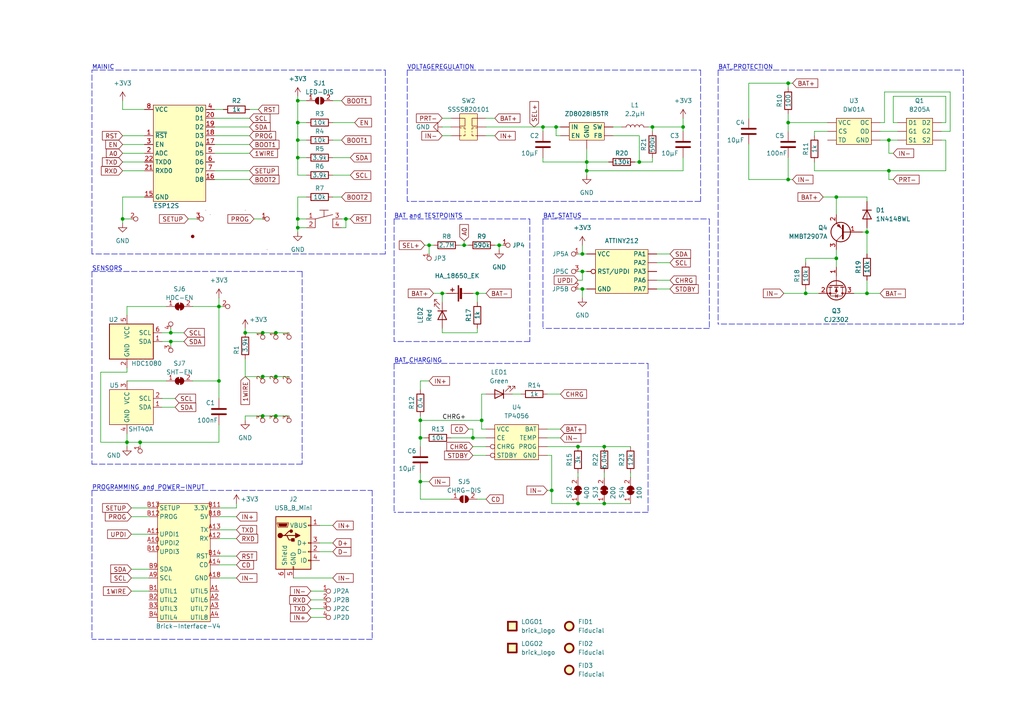
<source format=kicad_sch>
(kicad_sch (version 20211123) (generator eeschema)
  (paper "A4")
  (junction (at 121.92 127))
  (junction (at 80.01 120.65))
  (junction (at 168.91 73.66))
  (junction (at 161.29 36.83))
  (junction (at 100.33 63.5))
  (junction (at 76.2 120.65))
  (junction (at 86.36 45.72))
  (junction (at 86.36 63.5))
  (junction (at 86.36 66.04))
  (junction (at 40.64 128.27))
  (junction (at 198.12 36.83))
  (junction (at 242.57 57.15))
  (junction (at 49.53 96.52))
  (junction (at 168.91 83.82))
  (junction (at 228.6 35.56))
  (junction (at 228.6 52.07))
  (junction (at 134.62 71.12))
  (junction (at 36.83 128.27))
  (junction (at 63.5 88.9))
  (junction (at 138.43 85.09))
  (junction (at 86.36 29.21))
  (junction (at 86.36 40.64))
  (junction (at 35.56 63.5))
  (junction (at 80.01 96.52))
  (junction (at 86.36 35.56))
  (junction (at 257.81 49.53))
  (junction (at 121.92 121.92))
  (junction (at 157.48 36.83))
  (junction (at 228.6 24.13))
  (junction (at 170.18 49.53))
  (junction (at 167.64 129.54))
  (junction (at 167.64 146.05))
  (junction (at 251.46 85.09))
  (junction (at 189.23 36.83))
  (junction (at 128.27 85.09))
  (junction (at 233.68 85.09))
  (junction (at 71.12 96.52))
  (junction (at 168.91 78.74))
  (junction (at 242.57 74.93))
  (junction (at 175.26 129.54))
  (junction (at 49.53 99.06))
  (junction (at 170.18 46.99))
  (junction (at 63.5 110.49))
  (junction (at 144.78 71.12))
  (junction (at 121.92 139.7))
  (junction (at 251.46 67.31))
  (junction (at 160.02 142.24))
  (junction (at 175.26 146.05))
  (junction (at 80.01 109.22))
  (junction (at 76.2 96.52))
  (junction (at 257.81 40.64))
  (junction (at 137.16 127))
  (junction (at 124.46 71.12))
  (junction (at 185.42 46.99))
  (junction (at 76.2 109.22))
  (junction (at 139.7 121.92))
  (wire (pts (xy 170.18 49.53) (xy 198.12 49.53)))
  (wire (pts (xy 190.5 83.82) (xy 194.31 83.82)))
  (wire (pts (xy 80.01 120.65) (xy 83.82 120.65)))
  (wire (pts (xy 137.16 129.54) (xy 140.97 129.54)))
  (wire (pts (xy 35.56 63.5) (xy 38.1 63.5)))
  (polyline (pts (xy 157.48 63.5) (xy 205.74 63.5)))
  (wire (pts (xy 35.56 64.77) (xy 35.56 63.5)))
  (wire (pts (xy 85.09 167.64) (xy 96.52 167.64)))
  (wire (pts (xy 90.17 171.45) (xy 93.98 171.45)))
  (wire (pts (xy 233.68 85.09) (xy 237.49 85.09)))
  (wire (pts (xy 139.7 124.46) (xy 139.7 121.92)))
  (wire (pts (xy 168.91 71.12) (xy 168.91 73.66)))
  (wire (pts (xy 63.5 149.86) (xy 68.58 149.86)))
  (wire (pts (xy 62.23 31.75) (xy 64.77 31.75)))
  (wire (pts (xy 189.23 36.83) (xy 189.23 38.1)))
  (wire (pts (xy 96.52 29.21) (xy 99.06 29.21)))
  (wire (pts (xy 35.56 39.37) (xy 41.91 39.37)))
  (polyline (pts (xy 157.48 63.5) (xy 157.48 95.25)))
  (wire (pts (xy 157.48 36.83) (xy 157.48 38.1)))
  (wire (pts (xy 184.15 46.99) (xy 185.42 46.99)))
  (wire (pts (xy 99.06 66.04) (xy 100.33 66.04)))
  (wire (pts (xy 256.54 26.67) (xy 275.59 26.67)))
  (wire (pts (xy 175.26 129.54) (xy 182.88 129.54)))
  (wire (pts (xy 170.18 43.18) (xy 170.18 46.99)))
  (polyline (pts (xy 111.76 73.66) (xy 26.67 73.66)))
  (wire (pts (xy 259.08 52.07) (xy 257.81 52.07)))
  (wire (pts (xy 86.36 29.21) (xy 88.9 29.21)))
  (wire (pts (xy 35.56 29.21) (xy 35.56 31.75)))
  (wire (pts (xy 36.83 129.54) (xy 36.83 128.27)))
  (wire (pts (xy 251.46 67.31) (xy 251.46 66.04)))
  (wire (pts (xy 63.5 156.21) (xy 68.58 156.21)))
  (wire (pts (xy 198.12 38.1) (xy 198.12 36.83)))
  (wire (pts (xy 71.12 104.14) (xy 71.12 109.22)))
  (wire (pts (xy 157.48 46.99) (xy 170.18 46.99)))
  (wire (pts (xy 76.2 120.65) (xy 71.12 120.65)))
  (wire (pts (xy 86.36 35.56) (xy 86.36 29.21)))
  (wire (pts (xy 71.12 109.22) (xy 76.2 109.22)))
  (wire (pts (xy 88.9 35.56) (xy 86.36 35.56)))
  (wire (pts (xy 125.73 85.09) (xy 128.27 85.09)))
  (wire (pts (xy 40.64 128.27) (xy 40.64 129.54)))
  (wire (pts (xy 168.91 73.66) (xy 170.18 73.66)))
  (wire (pts (xy 175.26 146.05) (xy 182.88 146.05)))
  (wire (pts (xy 35.56 49.53) (xy 41.91 49.53)))
  (polyline (pts (xy 114.3 105.41) (xy 187.96 105.41)))
  (wire (pts (xy 72.39 31.75) (xy 74.93 31.75)))
  (wire (pts (xy 160.02 146.05) (xy 167.64 146.05)))
  (wire (pts (xy 55.88 88.9) (xy 63.5 88.9)))
  (wire (pts (xy 88.9 40.64) (xy 86.36 40.64)))
  (wire (pts (xy 121.92 144.78) (xy 121.92 139.7)))
  (wire (pts (xy 217.17 52.07) (xy 228.6 52.07)))
  (wire (pts (xy 88.9 50.8) (xy 86.36 50.8)))
  (wire (pts (xy 71.12 120.65) (xy 71.12 121.92)))
  (wire (pts (xy 227.33 85.09) (xy 233.68 85.09)))
  (wire (pts (xy 62.23 52.07) (xy 72.39 52.07)))
  (wire (pts (xy 63.5 110.49) (xy 63.5 88.9)))
  (wire (pts (xy 46.99 115.57) (xy 50.8 115.57)))
  (wire (pts (xy 63.5 110.49) (xy 63.5 115.57)))
  (wire (pts (xy 161.29 36.83) (xy 162.56 36.83)))
  (wire (pts (xy 236.22 38.1) (xy 236.22 39.37)))
  (wire (pts (xy 36.83 125.73) (xy 36.83 128.27)))
  (wire (pts (xy 49.53 95.25) (xy 49.53 96.52)))
  (wire (pts (xy 35.56 63.5) (xy 35.56 57.15)))
  (wire (pts (xy 92.71 157.48) (xy 96.52 157.48)))
  (wire (pts (xy 96.52 35.56) (xy 102.87 35.56)))
  (wire (pts (xy 158.75 132.08) (xy 160.02 132.08)))
  (wire (pts (xy 100.33 63.5) (xy 101.6 63.5)))
  (wire (pts (xy 71.12 95.25) (xy 71.12 96.52)))
  (wire (pts (xy 121.92 137.16) (xy 121.92 139.7)))
  (wire (pts (xy 255.27 40.64) (xy 257.81 40.64)))
  (wire (pts (xy 90.17 173.99) (xy 93.98 173.99)))
  (wire (pts (xy 190.5 81.28) (xy 194.31 81.28)))
  (wire (pts (xy 160.02 142.24) (xy 160.02 146.05)))
  (wire (pts (xy 251.46 81.28) (xy 251.46 85.09)))
  (polyline (pts (xy 203.2 58.42) (xy 118.11 58.42)))
  (wire (pts (xy 170.18 49.53) (xy 170.18 50.8)))
  (wire (pts (xy 92.71 152.4) (xy 96.52 152.4)))
  (wire (pts (xy 63.5 163.83) (xy 68.58 163.83)))
  (wire (pts (xy 123.19 71.12) (xy 124.46 71.12)))
  (wire (pts (xy 36.83 88.9) (xy 48.26 88.9)))
  (wire (pts (xy 63.5 167.64) (xy 68.58 167.64)))
  (wire (pts (xy 233.68 74.93) (xy 242.57 74.93)))
  (polyline (pts (xy 208.28 20.32) (xy 208.28 93.98)))
  (wire (pts (xy 86.36 57.15) (xy 86.36 63.5)))
  (wire (pts (xy 41.91 31.75) (xy 35.56 31.75)))
  (wire (pts (xy 158.75 129.54) (xy 167.64 129.54)))
  (wire (pts (xy 63.5 88.9) (xy 64.77 88.9)))
  (wire (pts (xy 80.01 96.52) (xy 83.82 96.52)))
  (polyline (pts (xy 208.28 20.32) (xy 279.4 20.32)))
  (wire (pts (xy 138.43 85.09) (xy 140.97 85.09)))
  (wire (pts (xy 134.62 71.12) (xy 135.89 71.12)))
  (wire (pts (xy 255.27 35.56) (xy 256.54 35.56)))
  (wire (pts (xy 96.52 57.15) (xy 99.06 57.15)))
  (polyline (pts (xy 87.63 78.74) (xy 87.63 134.62)))
  (wire (pts (xy 185.42 46.99) (xy 189.23 46.99)))
  (wire (pts (xy 62.23 49.53) (xy 72.39 49.53)))
  (wire (pts (xy 86.36 50.8) (xy 86.36 45.72)))
  (wire (pts (xy 62.23 41.91) (xy 72.39 41.91)))
  (polyline (pts (xy 111.76 20.32) (xy 111.76 73.66)))
  (wire (pts (xy 35.56 46.99) (xy 41.91 46.99)))
  (wire (pts (xy 137.16 124.46) (xy 137.16 127)))
  (wire (pts (xy 140.97 114.3) (xy 139.7 114.3)))
  (wire (pts (xy 135.89 124.46) (xy 137.16 124.46)))
  (wire (pts (xy 86.36 40.64) (xy 86.36 35.56)))
  (wire (pts (xy 90.17 179.07) (xy 93.98 179.07)))
  (wire (pts (xy 251.46 58.42) (xy 251.46 57.15)))
  (wire (pts (xy 35.56 44.45) (xy 41.91 44.45)))
  (polyline (pts (xy 26.67 20.32) (xy 111.76 20.32)))
  (wire (pts (xy 167.64 78.74) (xy 168.91 78.74)))
  (wire (pts (xy 140.97 36.83) (xy 157.48 36.83)))
  (wire (pts (xy 29.21 128.27) (xy 36.83 128.27)))
  (wire (pts (xy 121.92 121.92) (xy 121.92 127)))
  (wire (pts (xy 233.68 83.82) (xy 233.68 85.09)))
  (wire (pts (xy 189.23 45.72) (xy 189.23 46.99)))
  (wire (pts (xy 144.78 71.12) (xy 144.78 72.39)))
  (wire (pts (xy 148.59 114.3) (xy 151.13 114.3)))
  (wire (pts (xy 139.7 114.3) (xy 139.7 121.92)))
  (wire (pts (xy 76.2 120.65) (xy 80.01 120.65)))
  (wire (pts (xy 182.88 137.16) (xy 182.88 138.43)))
  (polyline (pts (xy 26.67 78.74) (xy 26.67 134.62)))
  (wire (pts (xy 29.21 107.95) (xy 36.83 107.95)))
  (wire (pts (xy 168.91 86.36) (xy 168.91 83.82)))
  (wire (pts (xy 229.87 24.13) (xy 228.6 24.13)))
  (wire (pts (xy 273.05 38.1) (xy 275.59 38.1)))
  (wire (pts (xy 54.61 63.5) (xy 57.15 63.5)))
  (wire (pts (xy 255.27 38.1) (xy 260.35 38.1)))
  (wire (pts (xy 62.23 39.37) (xy 72.39 39.37)))
  (wire (pts (xy 46.99 99.06) (xy 49.53 99.06)))
  (wire (pts (xy 62.23 44.45) (xy 72.39 44.45)))
  (wire (pts (xy 260.35 35.56) (xy 259.08 35.56)))
  (wire (pts (xy 38.1 167.64) (xy 43.18 167.64)))
  (wire (pts (xy 177.8 39.37) (xy 185.42 39.37)))
  (wire (pts (xy 128.27 34.29) (xy 130.81 34.29)))
  (wire (pts (xy 128.27 36.83) (xy 130.81 36.83)))
  (wire (pts (xy 162.56 39.37) (xy 161.29 39.37)))
  (wire (pts (xy 62.23 34.29) (xy 72.39 34.29)))
  (wire (pts (xy 38.1 154.94) (xy 43.18 154.94)))
  (wire (pts (xy 90.17 176.53) (xy 93.98 176.53)))
  (wire (pts (xy 86.36 63.5) (xy 88.9 63.5)))
  (wire (pts (xy 167.64 137.16) (xy 167.64 138.43)))
  (wire (pts (xy 238.76 57.15) (xy 242.57 57.15)))
  (wire (pts (xy 143.51 71.12) (xy 144.78 71.12)))
  (polyline (pts (xy 187.96 148.59) (xy 114.3 148.59)))
  (wire (pts (xy 242.57 57.15) (xy 251.46 57.15)))
  (wire (pts (xy 137.16 85.09) (xy 138.43 85.09)))
  (polyline (pts (xy 118.11 20.32) (xy 203.2 20.32)))
  (polyline (pts (xy 26.67 78.74) (xy 87.63 78.74)))
  (wire (pts (xy 63.5 128.27) (xy 63.5 123.19)))
  (wire (pts (xy 86.36 66.04) (xy 88.9 66.04)))
  (wire (pts (xy 233.68 76.2) (xy 233.68 74.93)))
  (wire (pts (xy 121.92 120.65) (xy 121.92 121.92)))
  (wire (pts (xy 175.26 137.16) (xy 175.26 138.43)))
  (wire (pts (xy 259.08 27.94) (xy 274.32 27.94)))
  (wire (pts (xy 160.02 132.08) (xy 160.02 142.24)))
  (wire (pts (xy 228.6 52.07) (xy 229.87 52.07)))
  (wire (pts (xy 274.32 49.53) (xy 257.81 49.53)))
  (wire (pts (xy 88.9 45.72) (xy 86.36 45.72)))
  (polyline (pts (xy 153.67 63.5) (xy 153.67 99.06)))
  (wire (pts (xy 274.32 40.64) (xy 274.32 49.53)))
  (wire (pts (xy 49.53 96.52) (xy 53.34 96.52)))
  (wire (pts (xy 96.52 45.72) (xy 101.6 45.72)))
  (wire (pts (xy 189.23 36.83) (xy 198.12 36.83)))
  (wire (pts (xy 198.12 34.29) (xy 198.12 36.83)))
  (wire (pts (xy 259.08 35.56) (xy 259.08 27.94)))
  (wire (pts (xy 139.7 121.92) (xy 121.92 121.92)))
  (wire (pts (xy 168.91 78.74) (xy 170.18 78.74)))
  (wire (pts (xy 128.27 39.37) (xy 130.81 39.37)))
  (wire (pts (xy 242.57 74.93) (xy 242.57 77.47)))
  (wire (pts (xy 158.75 124.46) (xy 162.56 124.46)))
  (wire (pts (xy 158.75 142.24) (xy 160.02 142.24)))
  (wire (pts (xy 123.19 127) (xy 121.92 127)))
  (wire (pts (xy 168.91 83.82) (xy 170.18 83.82)))
  (wire (pts (xy 190.5 76.2) (xy 194.31 76.2)))
  (wire (pts (xy 63.5 153.67) (xy 68.58 153.67)))
  (polyline (pts (xy 205.74 63.5) (xy 205.74 95.25)))
  (wire (pts (xy 217.17 34.29) (xy 217.17 24.13)))
  (wire (pts (xy 158.75 127) (xy 162.56 127)))
  (wire (pts (xy 36.83 110.49) (xy 48.26 110.49)))
  (polyline (pts (xy 114.3 105.41) (xy 114.3 148.59)))
  (wire (pts (xy 257.81 40.64) (xy 257.81 44.45)))
  (wire (pts (xy 46.99 118.11) (xy 50.8 118.11)))
  (wire (pts (xy 96.52 50.8) (xy 101.6 50.8)))
  (wire (pts (xy 36.83 91.44) (xy 36.83 88.9)))
  (wire (pts (xy 228.6 45.72) (xy 228.6 52.07)))
  (wire (pts (xy 240.03 38.1) (xy 236.22 38.1)))
  (wire (pts (xy 140.97 34.29) (xy 143.51 34.29)))
  (wire (pts (xy 121.92 139.7) (xy 124.46 139.7)))
  (wire (pts (xy 88.9 57.15) (xy 86.36 57.15)))
  (wire (pts (xy 240.03 35.56) (xy 228.6 35.56)))
  (wire (pts (xy 76.2 109.22) (xy 80.01 109.22)))
  (wire (pts (xy 138.43 144.78) (xy 140.97 144.78)))
  (wire (pts (xy 275.59 38.1) (xy 275.59 26.67)))
  (wire (pts (xy 228.6 35.56) (xy 228.6 38.1)))
  (wire (pts (xy 138.43 96.52) (xy 128.27 96.52)))
  (wire (pts (xy 62.23 36.83) (xy 72.39 36.83)))
  (wire (pts (xy 242.57 57.15) (xy 242.57 62.23)))
  (polyline (pts (xy 205.74 95.25) (xy 157.48 95.25)))
  (wire (pts (xy 80.01 109.22) (xy 83.82 109.22)))
  (wire (pts (xy 46.99 96.52) (xy 49.53 96.52)))
  (wire (pts (xy 121.92 110.49) (xy 121.92 113.03)))
  (wire (pts (xy 86.36 29.21) (xy 86.36 27.94)))
  (wire (pts (xy 128.27 95.25) (xy 128.27 96.52)))
  (wire (pts (xy 36.83 128.27) (xy 40.64 128.27)))
  (wire (pts (xy 124.46 110.49) (xy 121.92 110.49)))
  (wire (pts (xy 100.33 63.5) (xy 100.33 66.04)))
  (wire (pts (xy 161.29 36.83) (xy 161.29 39.37)))
  (wire (pts (xy 68.58 146.05) (xy 68.58 147.32)))
  (wire (pts (xy 92.71 160.02) (xy 96.52 160.02)))
  (polyline (pts (xy 153.67 99.06) (xy 114.3 99.06)))
  (wire (pts (xy 49.53 99.06) (xy 53.34 99.06)))
  (wire (pts (xy 177.8 36.83) (xy 180.34 36.83)))
  (wire (pts (xy 121.92 127) (xy 121.92 129.54)))
  (wire (pts (xy 217.17 24.13) (xy 228.6 24.13)))
  (wire (pts (xy 157.48 36.83) (xy 161.29 36.83)))
  (wire (pts (xy 140.97 124.46) (xy 139.7 124.46)))
  (polyline (pts (xy 114.3 63.5) (xy 153.67 63.5)))
  (wire (pts (xy 128.27 85.09) (xy 129.54 85.09)))
  (wire (pts (xy 144.78 71.12) (xy 146.05 71.12)))
  (wire (pts (xy 167.64 129.54) (xy 175.26 129.54)))
  (wire (pts (xy 137.16 132.08) (xy 140.97 132.08)))
  (wire (pts (xy 35.56 41.91) (xy 41.91 41.91)))
  (wire (pts (xy 40.64 128.27) (xy 63.5 128.27)))
  (wire (pts (xy 236.22 46.99) (xy 236.22 49.53)))
  (wire (pts (xy 99.06 63.5) (xy 100.33 63.5)))
  (wire (pts (xy 124.46 71.12) (xy 124.46 73.66)))
  (wire (pts (xy 63.5 161.29) (xy 68.58 161.29)))
  (polyline (pts (xy 279.4 93.98) (xy 208.28 93.98)))
  (wire (pts (xy 257.81 40.64) (xy 260.35 40.64)))
  (wire (pts (xy 170.18 46.99) (xy 170.18 49.53)))
  (wire (pts (xy 86.36 45.72) (xy 86.36 40.64)))
  (wire (pts (xy 242.57 72.39) (xy 242.57 74.93)))
  (wire (pts (xy 38.1 171.45) (xy 43.18 171.45)))
  (wire (pts (xy 38.1 149.86) (xy 43.18 149.86)))
  (wire (pts (xy 251.46 85.09) (xy 255.27 85.09)))
  (wire (pts (xy 273.05 40.64) (xy 274.32 40.64)))
  (wire (pts (xy 38.1 147.32) (xy 43.18 147.32)))
  (wire (pts (xy 198.12 45.72) (xy 198.12 49.53)))
  (wire (pts (xy 86.36 63.5) (xy 86.36 66.04)))
  (wire (pts (xy 187.96 36.83) (xy 189.23 36.83)))
  (wire (pts (xy 228.6 35.56) (xy 228.6 33.02)))
  (wire (pts (xy 86.36 66.04) (xy 86.36 67.31)))
  (polyline (pts (xy 26.67 73.66) (xy 26.67 20.32)))
  (wire (pts (xy 38.1 165.1) (xy 43.18 165.1)))
  (wire (pts (xy 63.5 147.32) (xy 68.58 147.32)))
  (polyline (pts (xy 118.11 20.32) (xy 118.11 58.42)))
  (wire (pts (xy 63.5 86.36) (xy 63.5 88.9)))
  (wire (pts (xy 71.12 96.52) (xy 76.2 96.52)))
  (polyline (pts (xy 114.3 63.5) (xy 114.3 99.06)))
  (wire (pts (xy 256.54 26.67) (xy 256.54 35.56)))
  (wire (pts (xy 138.43 85.09) (xy 138.43 87.63)))
  (wire (pts (xy 134.62 69.85) (xy 134.62 71.12)))
  (wire (pts (xy 167.64 73.66) (xy 168.91 73.66)))
  (wire (pts (xy 49.53 99.06) (xy 49.53 100.33)))
  (polyline (pts (xy 107.95 142.24) (xy 107.95 185.42)))
  (wire (pts (xy 257.81 49.53) (xy 236.22 49.53)))
  (polyline (pts (xy 26.67 142.24) (xy 107.95 142.24)))
  (wire (pts (xy 76.2 96.52) (xy 80.01 96.52)))
  (wire (pts (xy 217.17 41.91) (xy 217.17 52.07)))
  (wire (pts (xy 130.81 127) (xy 137.16 127)))
  (wire (pts (xy 185.42 39.37) (xy 185.42 46.99)))
  (wire (pts (xy 274.32 27.94) (xy 274.32 35.56)))
  (wire (pts (xy 158.75 114.3) (xy 162.56 114.3)))
  (wire (pts (xy 157.48 45.72) (xy 157.48 46.99)))
  (wire (pts (xy 228.6 24.13) (xy 228.6 25.4)))
  (polyline (pts (xy 187.96 105.41) (xy 187.96 148.59)))
  (wire (pts (xy 251.46 67.31) (xy 251.46 73.66)))
  (wire (pts (xy 96.52 40.64) (xy 99.06 40.64)))
  (wire (pts (xy 273.05 35.56) (xy 274.32 35.56)))
  (polyline (pts (xy 107.95 185.42) (xy 26.67 185.42)))
  (wire (pts (xy 35.56 57.15) (xy 41.91 57.15)))
  (wire (pts (xy 140.97 39.37) (xy 143.51 39.37)))
  (wire (pts (xy 133.35 71.12) (xy 134.62 71.12)))
  (wire (pts (xy 167.64 81.28) (xy 168.91 81.28)))
  (wire (pts (xy 250.19 67.31) (xy 251.46 67.31)))
  (polyline (pts (xy 87.63 134.62) (xy 26.67 134.62)))
  (polyline (pts (xy 203.2 20.32) (xy 203.2 58.42)))
  (wire (pts (xy 124.46 71.12) (xy 125.73 71.12)))
  (wire (pts (xy 29.21 107.95) (xy 29.21 128.27)))
  (wire (pts (xy 128.27 85.09) (xy 128.27 87.63)))
  (wire (pts (xy 190.5 73.66) (xy 194.31 73.66)))
  (wire (pts (xy 121.92 144.78) (xy 130.81 144.78)))
  (wire (pts (xy 257.81 49.53) (xy 257.81 52.07)))
  (wire (pts (xy 259.08 44.45) (xy 257.81 44.45)))
  (polyline (pts (xy 26.67 142.24) (xy 26.67 185.42)))
  (wire (pts (xy 137.16 127) (xy 140.97 127)))
  (wire (pts (xy 167.64 146.05) (xy 175.26 146.05)))
  (wire (pts (xy 73.66 63.5) (xy 76.2 63.5)))
  (wire (pts (xy 247.65 85.09) (xy 251.46 85.09)))
  (wire (pts (xy 168.91 78.74) (xy 168.91 81.28)))
  (wire (pts (xy 55.88 110.49) (xy 63.5 110.49)))
  (wire (pts (xy 36.83 106.68) (xy 36.83 107.95)))
  (wire (pts (xy 170.18 46.99) (xy 176.53 46.99)))
  (wire (pts (xy 167.64 83.82) (xy 168.91 83.82)))
  (wire (pts (xy 138.43 95.25) (xy 138.43 96.52)))
  (polyline (pts (xy 279.4 20.32) (xy 279.4 93.98)))
  (text "BAT_STATUS" (at 157.48 63.5 0) (effects (font (size 1.27 1.27)) (justify left bottom)))
  (text "MAINIC" (at 26.67 20.32 0) (effects (font (size 1.27 1.27)) (justify left bottom)))
  (text "BAT_CHARGING" (at 114.3 105.41 0) (effects (font (size 1.27 1.27)) (justify left bottom)))
  (text "BAT and TESTPOINTS" (at 114.3 63.5 0) (effects (font (size 1.27 1.27)) (justify left bottom)))
  (text "SENSORS" (at 26.67 78.74 0) (effects (font (size 1.27 1.27)) (justify left bottom)))
  (text "VOLTAGEREGULATION" (at 118.11 20.32 0) (effects (font (size 1.27 1.27)) (justify left bottom)))
  (text "BAT_PROTECTION" (at 208.28 20.32 0) (effects (font (size 1.27 1.27)) (justify left bottom)))
  (text "PROGRAMMING and POWER-INPUT" (at 26.67 142.24 0) (effects (font (size 1.27 1.27)) (justify left bottom)))
  (label "CHRG+" (at 128.27 121.92 0))
  (global_label "PROG" (shape input) (at 72.39 39.37 0) (property "Referenzen zwischen Schaltplänen" "${INTERSHEET_REFS}" (effects hide)))
  (global_label "SETUP" (shape input) (at 54.61 63.5 180) (property "Referenzen zwischen Schaltplänen" "${INTERSHEET_REFS}" (effects hide)))
  (global_label "SCL" (shape input) (at 53.34 96.52 0) (property "Referenzen zwischen Schaltplänen" "${INTERSHEET_REFS}" (effects hide)))
  (global_label "CD" (shape input) (at 140.97 144.78 0) (property "Referenzen zwischen Schaltplänen" "${INTERSHEET_REFS}" (effects hide)))
  (global_label "SETUP" (shape input) (at 72.39 49.53 0) (property "Referenzen zwischen Schaltplänen" "${INTERSHEET_REFS}" (effects hide)))
  (global_label "CHRG" (shape input) (at 137.16 129.54 180) (property "Referenzen zwischen Schaltplänen" "${INTERSHEET_REFS}" (effects hide)))
  (global_label "SDA" (shape input) (at 101.6 45.72 0) (property "Referenzen zwischen Schaltplänen" "${INTERSHEET_REFS}" (effects hide)))
  (global_label "PRT-" (shape input) (at 128.27 34.29 180) (property "Referenzen zwischen Schaltplänen" "${INTERSHEET_REFS}" (effects hide)))
  (global_label "D-" (shape input) (at 96.52 160.02 0) (property "Referenzen zwischen Schaltplänen" "${INTERSHEET_REFS}" (effects hide)))
  (global_label "STDBY" (shape input) (at 137.16 132.08 180) (property "Referenzen zwischen Schaltplänen" "${INTERSHEET_REFS}" (effects hide)))
  (global_label "IN-" (shape input) (at 227.33 85.09 180) (property "Referenzen zwischen Schaltplänen" "${INTERSHEET_REFS}" (effects hide)))
  (global_label "1WIRE" (shape input) (at 71.12 109.22 270) (property "Referenzen zwischen Schaltplänen" "${INTERSHEET_REFS}" (effects hide)))
  (global_label "RST" (shape input) (at 35.56 39.37 180) (property "Referenzen zwischen Schaltplänen" "${INTERSHEET_REFS}" (effects hide)))
  (global_label "BAT+" (shape input) (at 143.51 34.29 0) (property "Referenzen zwischen Schaltplänen" "${INTERSHEET_REFS}" (effects hide)))
  (global_label "SCL" (shape input) (at 101.6 50.8 0) (property "Referenzen zwischen Schaltplänen" "${INTERSHEET_REFS}" (effects hide)))
  (global_label "SCL" (shape input) (at 72.39 34.29 0) (property "Referenzen zwischen Schaltplänen" "${INTERSHEET_REFS}" (effects hide)))
  (global_label "SDA" (shape input) (at 53.34 99.06 0) (property "Referenzen zwischen Schaltplänen" "${INTERSHEET_REFS}" (effects hide)))
  (global_label "CD" (shape input) (at 68.58 163.83 0) (property "Referenzen zwischen Schaltplänen" "${INTERSHEET_REFS}" (effects hide)))
  (global_label "1WIRE" (shape input) (at 38.1 171.45 180) (property "Referenzen zwischen Schaltplänen" "${INTERSHEET_REFS}" (effects hide)))
  (global_label "BOOT1" (shape input) (at 99.06 29.21 0) (property "Referenzen zwischen Schaltplänen" "${INTERSHEET_REFS}" (effects hide)))
  (global_label "RST" (shape input) (at 74.93 31.75 0) (property "Referenzen zwischen Schaltplänen" "${INTERSHEET_REFS}" (effects hide)))
  (global_label "1WIRE" (shape input) (at 72.39 44.45 0) (property "Referenzen zwischen Schaltplänen" "${INTERSHEET_REFS}" (effects hide)))
  (global_label "SDA" (shape input) (at 194.31 73.66 0) (property "Referenzen zwischen Schaltplänen" "${INTERSHEET_REFS}" (effects hide)))
  (global_label "BAT+" (shape input) (at 125.73 85.09 180) (property "Referenzen zwischen Schaltplänen" "${INTERSHEET_REFS}" (effects hide)))
  (global_label "D+" (shape input) (at 96.52 157.48 0) (property "Referenzen zwischen Schaltplänen" "${INTERSHEET_REFS}" (effects hide)))
  (global_label "IN+" (shape input) (at 124.46 110.49 0) (property "Referenzen zwischen Schaltplänen" "${INTERSHEET_REFS}" (effects hide)))
  (global_label "SDA" (shape input) (at 50.8 118.11 0) (property "Referenzen zwischen Schaltplänen" "${INTERSHEET_REFS}" (effects hide)))
  (global_label "EN" (shape input) (at 102.87 35.56 0) (property "Referenzen zwischen Schaltplänen" "${INTERSHEET_REFS}" (effects hide)))
  (global_label "RST" (shape input) (at 101.6 63.5 0) (property "Referenzen zwischen Schaltplänen" "${INTERSHEET_REFS}" (effects hide)))
  (global_label "IN-" (shape input) (at 96.52 167.64 0) (property "Referenzen zwischen Schaltplänen" "${INTERSHEET_REFS}" (effects hide)))
  (global_label "A0" (shape input) (at 134.62 69.85 90) (property "Referenzen zwischen Schaltplänen" "${INTERSHEET_REFS}" (effects hide)))
  (global_label "TXD" (shape input) (at 35.56 46.99 180) (property "Referenzen zwischen Schaltplänen" "${INTERSHEET_REFS}" (effects hide)))
  (global_label "PROG" (shape input) (at 38.1 149.86 180) (property "Referenzen zwischen Schaltplänen" "${INTERSHEET_REFS}" (effects hide)))
  (global_label "SCL" (shape input) (at 50.8 115.57 0) (property "Referenzen zwischen Schaltplänen" "${INTERSHEET_REFS}" (effects hide)))
  (global_label "BOOT2" (shape input) (at 72.39 52.07 0) (property "Referenzen zwischen Schaltplänen" "${INTERSHEET_REFS}" (effects hide)))
  (global_label "BOOT1" (shape input) (at 99.06 40.64 0) (property "Referenzen zwischen Schaltplänen" "${INTERSHEET_REFS}" (effects hide)))
  (global_label "IN-" (shape input) (at 158.75 142.24 180) (property "Referenzen zwischen Schaltplänen" "${INTERSHEET_REFS}" (effects hide)))
  (global_label "SEL+" (shape input) (at 154.94 36.83 90) (property "Referenzen zwischen Schaltplänen" "${INTERSHEET_REFS}" (effects hide)))
  (global_label "IN+" (shape input) (at 96.52 152.4 0) (property "Referenzen zwischen Schaltplänen" "${INTERSHEET_REFS}" (effects hide)))
  (global_label "TXD" (shape input) (at 68.58 153.67 0) (property "Referenzen zwischen Schaltplänen" "${INTERSHEET_REFS}" (effects hide)))
  (global_label "BAT+" (shape input) (at 238.76 57.15 180) (property "Referenzen zwischen Schaltplänen" "${INTERSHEET_REFS}" (effects hide)))
  (global_label "BAT-" (shape input) (at 255.27 85.09 0) (property "Referenzen zwischen Schaltplänen" "${INTERSHEET_REFS}" (effects hide)))
  (global_label "SEL+" (shape input) (at 123.19 71.12 180) (property "Referenzen zwischen Schaltplänen" "${INTERSHEET_REFS}" (effects hide)))
  (global_label "A0" (shape input) (at 35.56 44.45 180) (property "Referenzen zwischen Schaltplänen" "${INTERSHEET_REFS}" (effects hide)))
  (global_label "IN+" (shape input) (at 143.51 39.37 0) (property "Referenzen zwischen Schaltplänen" "${INTERSHEET_REFS}" (effects hide)))
  (global_label "RXD" (shape input) (at 35.56 49.53 180) (property "Referenzen zwischen Schaltplänen" "${INTERSHEET_REFS}" (effects hide)))
  (global_label "IN-" (shape input) (at 68.58 167.64 0) (property "Referenzen zwischen Schaltplänen" "${INTERSHEET_REFS}" (effects hide)))
  (global_label "BAT+" (shape input) (at 229.87 24.13 0) (property "Referenzen zwischen Schaltplänen" "${INTERSHEET_REFS}" (effects hide)))
  (global_label "IN-" (shape input) (at 90.17 171.45 180) (property "Referenzen zwischen Schaltplänen" "${INTERSHEET_REFS}" (effects hide)))
  (global_label "IN+" (shape input) (at 68.58 149.86 0) (property "Referenzen zwischen Schaltplänen" "${INTERSHEET_REFS}" (effects hide)))
  (global_label "IN-" (shape input) (at 229.87 52.07 0) (property "Referenzen zwischen Schaltplänen" "${INTERSHEET_REFS}" (effects hide)))
  (global_label "PROG" (shape input) (at 73.66 63.5 180) (property "Referenzen zwischen Schaltplänen" "${INTERSHEET_REFS}" (effects hide)))
  (global_label "RXD" (shape input) (at 68.58 156.21 0) (property "Referenzen zwischen Schaltplänen" "${INTERSHEET_REFS}" (effects hide)))
  (global_label "BAT-" (shape input) (at 140.97 85.09 0) (property "Referenzen zwischen Schaltplänen" "${INTERSHEET_REFS}" (effects hide)))
  (global_label "SETUP" (shape input) (at 38.1 147.32 180) (property "Referenzen zwischen Schaltplänen" "${INTERSHEET_REFS}" (effects hide)))
  (global_label "IN-" (shape input) (at 128.27 39.37 180) (property "Referenzen zwischen Schaltplänen" "${INTERSHEET_REFS}" (effects hide)))
  (global_label "IN-" (shape input) (at 162.56 127 0) (property "Referenzen zwischen Schaltplänen" "${INTERSHEET_REFS}" (effects hide)))
  (global_label "UPDI" (shape input) (at 38.1 154.94 180) (property "Referenzen zwischen Schaltplänen" "${INTERSHEET_REFS}" (effects hide)))
  (global_label "CHRG" (shape input) (at 162.56 114.3 0) (property "Referenzen zwischen Schaltplänen" "${INTERSHEET_REFS}" (effects hide)))
  (global_label "CHRG" (shape input) (at 194.31 81.28 0) (property "Referenzen zwischen Schaltplänen" "${INTERSHEET_REFS}" (effects hide)))
  (global_label "EN" (shape input) (at 35.56 41.91 180) (property "Referenzen zwischen Schaltplänen" "${INTERSHEET_REFS}" (effects hide)))
  (global_label "CD" (shape input) (at 135.89 124.46 180) (property "Referenzen zwischen Schaltplänen" "${INTERSHEET_REFS}" (effects hide)))
  (global_label "SDA" (shape input) (at 38.1 165.1 180) (property "Referenzen zwischen Schaltplänen" "${INTERSHEET_REFS}" (effects hide)))
  (global_label "BOOT1" (shape input) (at 72.39 41.91 0) (property "Referenzen zwischen Schaltplänen" "${INTERSHEET_REFS}" (effects hide)))
  (global_label "PRT-" (shape input) (at 259.08 52.07 0) (property "Referenzen zwischen Schaltplänen" "${INTERSHEET_REFS}" (effects hide)))
  (global_label "RST" (shape input) (at 68.58 161.29 0) (property "Referenzen zwischen Schaltplänen" "${INTERSHEET_REFS}" (effects hide)))
  (global_label "IN+" (shape input) (at 90.17 179.07 180) (property "Referenzen zwischen Schaltplänen" "${INTERSHEET_REFS}" (effects hide)))
  (global_label "UPDI" (shape input) (at 167.64 81.28 180) (property "Referenzen zwischen Schaltplänen" "${INTERSHEET_REFS}" (effects hide)))
  (global_label "SCL" (shape input) (at 194.31 76.2 0) (property "Referenzen zwischen Schaltplänen" "${INTERSHEET_REFS}" (effects hide)))
  (global_label "IN-" (shape input) (at 124.46 139.7 0) (property "Referenzen zwischen Schaltplänen" "${INTERSHEET_REFS}" (effects hide)))
  (global_label "IN-" (shape input) (at 259.08 44.45 0) (property "Referenzen zwischen Schaltplänen" "${INTERSHEET_REFS}" (effects hide)))
  (global_label "RXD" (shape input) (at 90.17 173.99 180) (property "Referenzen zwischen Schaltplänen" "${INTERSHEET_REFS}" (effects hide)))
  (global_label "BAT+" (shape input) (at 162.56 124.46 0) (property "Referenzen zwischen Schaltplänen" "${INTERSHEET_REFS}" (effects hide)))
  (global_label "TXD" (shape input) (at 90.17 176.53 180) (property "Referenzen zwischen Schaltplänen" "${INTERSHEET_REFS}" (effects hide)))
  (global_label "STDBY" (shape input) (at 194.31 83.82 0) (property "Referenzen zwischen Schaltplänen" "${INTERSHEET_REFS}" (effects hide)))
  (global_label "SDA" (shape input) (at 72.39 36.83 0) (property "Referenzen zwischen Schaltplänen" "${INTERSHEET_REFS}" (effects hide)))
  (global_label "BOOT2" (shape input) (at 99.06 57.15 0) (property "Referenzen zwischen Schaltplänen" "${INTERSHEET_REFS}" (effects hide)))
  (global_label "SCL" (shape input) (at 38.1 167.64 180) (property "Referenzen zwischen Schaltplänen" "${INTERSHEET_REFS}" (effects hide)))
  (symbol (lib_id "Device:R") (at 121.92 116.84 180) (unit 1)
    (property "Reference" "R12" (at 119.38 116.84 90))
    (property "Value" "0.4" (at 121.92 116.84 90))
    (property "Footprint" "no_common:R_0805_2012Metric" (effects hide))
    (property "Storage" "MAG1" (effects hide))
  )
  (symbol (lib_id "Jumper:SolderJumper_2_Bridged") (at 175.26 142.24 90) (unit 1)
    (property "Reference" "SJ3" (at 172.72 140.97 0) (effects (justify right)))
    (property "Value" "200" (at 177.8 140.97 0) (effects (justify right)))
    (property "Footprint" "Jumper:SolderJumper-2_P1.3mm_Bridged_RoundedPad1.0x1.5mm" (effects hide))
    (property "Reference" "SJ3" (effects hide))
    (property "Value" "200" (effects hide))
    (property "DNP" "true" (effects hide))
  )
  (symbol (lib_id "no_pinhd:PINHD_1X01") (at 124.46 74.93 270) (unit 1)
    (property "Reference" "JP3" (at 125.73 74.9299 90) (effects (justify left)))
    (property "Value" "PINHD_1X01" (effects hide))
    (property "Footprint" "no_pinhd:PINHD_1X01_2.54_1mm_Square" (effects hide))
    (property "Desc" "TPB+" (effects hide))
    (property "Reference" "JP3" (effects hide))
    (property "Value" "PINHD_1X01" (effects hide))
    (property "DNP" "true" (effects hide))
  )
  (symbol (lib_id "Device:R") (at 92.71 35.56 90) (unit 1)
    (property "Reference" "R3" (at 92.71 33.02 90))
    (property "Value" "10k" (at 92.71 35.56 90))
    (property "Footprint" "no_common:R_0805_2012Metric" (effects hide))
    (property "Storage" "MAG2" (effects hide))
  )
  (symbol (lib_id "Device:R") (at 71.12 100.33 0) (unit 1)
    (property "Reference" "R1" (at 68.58 102.87 90) (effects (justify left)))
    (property "Value" "3.9k" (at 71.12 102.235 90) (effects (justify left)))
    (property "Footprint" "no_common:R_0805_2012Metric" (effects hide))
    (property "Reference" "R1" (effects hide))
    (property "Value" "3.9k" (effects hide))
    (property "Storage" "MAG1" (effects hide))
  )
  (symbol (lib_id "Sensor_Humidity:HDC1080") (at 39.37 99.06 0) (unit 1)
    (property "Reference" "U2" (at 34.29 92.71 0) (effects (justify right)))
    (property "Value" "HDC1080" (at 46.99 105.41 0) (effects (justify right)))
    (property "Footprint" "Package_SON:Texas_PWSON-N6" (effects hide))
    (property "Datasheet" "http://www.ti.com/lit/ds/symlink/hdc1080.pdf" (effects hide))
    (property "DNP" "true" (effects hide))
  )
  (symbol (lib_id "power:+3V3") (at 35.56 29.21 0) (unit 1)
    (property "Reference" "#PWR04" (effects hide))
    (property "Value" "+3V3" (at 35.56 24.13 0))
  )
  (symbol (lib_id "Jumper:SolderJumper_2_Open") (at 92.71 29.21 0) (unit 1)
    (property "Reference" "SJ1" (at 92.71 24.13 0))
    (property "Value" "LED-DIS" (at 92.71 26.67 0))
    (property "Footprint" "Jumper:SolderJumper-2_P1.3mm_Open_RoundedPad1.0x1.5mm" (effects hide))
    (property "Reference" "SJ1" (effects hide))
    (property "Value" "LED-DIS" (effects hide))
    (property "DNP" "true" (effects hide))
  )
  (symbol (lib_id "power:GND") (at 168.91 86.36 0) (unit 1)
    (property "Reference" "#PWR09" (effects hide))
    (property "Value" "GND" (at 168.91 91.44 0))
  )
  (symbol (lib_id "no_pinhd:PINHD_1X04") (at 95.25 179.07 0) (unit 4)
    (property "Reference" "JP2" (at 96.52 179.0699 0) (effects (justify left)))
    (property "Value" "PINHD_1X04" (effects hide))
    (property "Footprint" "no_pinhd:PINHD_1X04_2.54_1mm_Round" (effects hide))
    (property "Desc" "UART" (effects hide))
    (property "Reference" "JP2" (effects hide))
    (property "Value" "PINHD_1X04" (effects hide))
    (property "DNP" "true" (effects hide))
  )
  (symbol (lib_id "Device:R") (at 92.71 45.72 90) (unit 1)
    (property "Reference" "R5" (at 92.71 43.18 90))
    (property "Value" "3.9k" (at 92.71 45.72 90))
    (property "Footprint" "no_common:R_0805_2012Metric" (effects hide))
    (property "Storage" "MAG1" (effects hide))
  )
  (symbol (lib_id "power:+3V3") (at 71.12 95.25 0) (unit 1)
    (property "Reference" "#PWR01" (effects hide))
    (property "Value" "+3V3" (at 74.93 92.71 0))
  )
  (symbol (lib_id "no_common:8205A") (at 266.7 38.1 0) (unit 1)
    (property "Reference" "Q1" (at 266.7 29.21 0))
    (property "Value" "8205A" (at 266.7 31.75 0))
    (property "Footprint" "no_common:TSSOP8_MS" (effects hide))
    (property "Storage" "MAG4" (effects hide))
    (property "StorageDesc" "8205A" (effects hide))
  )
  (symbol (lib_id "power:+3V3") (at 168.91 71.12 0) (unit 1)
    (property "Reference" "#PWR08" (effects hide))
    (property "Value" "+3V3" (at 168.91 66.04 0))
  )
  (symbol (lib_id "no_expressif:ESP12S") (at 52.07 44.45 0) (unit 1)
    (property "Reference" "IC1" (at 45.72 29.21 0))
    (property "Value" "ESP12S" (at 48.26 59.69 0))
    (property "Footprint" "no_expressif:ESP12S" (effects hide))
    (property "Reference" "IC1" (effects hide))
    (property "Value" "ESP12S" (effects hide))
    (property "Storage" "SK1 3x5" (effects hide))
    (property "StorageDesc" "ESP12-F" (effects hide))
  )
  (symbol (lib_id "power:GND") (at 36.83 129.54 0) (unit 1)
    (property "Reference" "#PWR0102" (effects hide))
    (property "Value" "GND" (at 33.02 132.08 0))
  )
  (symbol (lib_id "no_pinhd:PINHD_1X03") (at 80.01 121.92 270) (unit 3)
    (property "Reference" "JP8" (at 80.01 123.19 0) (effects (justify left)))
    (property "Value" "PINHD_1X03" (effects hide))
    (property "Footprint" "no_pinhd:PINHD_1X03_2.54_1mm_DS18B20" (effects hide))
    (property "Reference" "JP8" (effects hide))
    (property "Value" "PINHD_1X03" (effects hide))
    (property "Desc" "Temp2" (effects hide))
    (property "DNP" "true" (effects hide))
  )
  (symbol (lib_id "no_pinhd:PINHD_1X03") (at 80.01 110.49 270) (unit 2)
    (property "Reference" "JP8" (at 80.01 111.76 0) (effects (justify left)))
    (property "Value" "PINHD_1X03" (effects hide))
    (property "Footprint" "no_pinhd:PINHD_1X03_2.54_1mm_DS18B20" (effects hide))
    (property "Reference" "JP8" (effects hide))
    (property "Value" "PINHD_1X03" (effects hide))
    (property "Desc" "Temp2" (effects hide))
    (property "DNP" "true" (effects hide))
  )
  (symbol (lib_id "Jumper:SolderJumper_2_Bridged") (at 182.88 142.24 90) (unit 1)
    (property "Reference" "SJ4" (at 180.34 140.97 0) (effects (justify right)))
    (property "Value" "100" (at 185.42 140.97 0) (effects (justify right)))
    (property "Footprint" "Jumper:SolderJumper-2_P1.3mm_Bridged_RoundedPad1.0x1.5mm" (effects hide))
    (property "Reference" "SJ4" (effects hide))
    (property "Value" "100" (effects hide))
    (property "DNP" "true" (effects hide))
  )
  (symbol (lib_id "no_brick_interface:Brick-Interface-V4") (at 53.34 163.83 0) (unit 1)
    (property "Reference" "J1" (at 46.99 144.78 0))
    (property "Value" "Brick-Interface-V4" (at 54.61 181.61 0))
    (property "Footprint" "no_brick_interface:Brick_Interface_V4_inset" (effects hide))
    (property "Reference" "J1" (effects hide))
    (property "Value" "Brick-Interface-V4" (effects hide))
    (property "DNP" "true" (effects hide))
  )
  (symbol (lib_id "power:+3V3") (at 198.12 34.29 0) (unit 1)
    (property "Reference" "#PWR0105" (effects hide))
    (property "Value" "+3V3" (at 198.12 29.21 0))
  )
  (symbol (lib_id "Connector:USB_B_Mini") (at 85.09 157.48 0) (unit 1)
    (property "Reference" "J2" (at 85.09 144.78 0))
    (property "Value" "USB_B_Mini" (at 85.09 147.32 0))
    (property "Footprint" "no_common:USB_Micro-B_Amphenol_10118194_Horizontal" (effects hide))
    (property "Storage" "SK2 1x3" (effects hide))
    (property "StorageDesc" "MicroUSB TypeB" (effects hide))
    (property "Handsolder" "true" (effects hide))
  )
  (symbol (lib_id "Device:R") (at 127 127 90) (unit 1)
    (property "Reference" "R13" (at 127 124.46 90))
    (property "Value" "10k" (at 127 127 90))
    (property "Footprint" "no_common:R_0805_2012Metric" (effects hide))
    (property "Storage" "MAG2" (effects hide))
  )
  (symbol (lib_id "Mechanical:Fiducial") (at 165.1 181.61 0) (unit 1)
    (property "Reference" "FID1" (at 167.64 180.3399 0) (effects (justify left)))
    (property "Value" "Fiducial" (at 167.64 182.8799 0) (effects (justify left)))
    (property "Footprint" "Fiducial:Fiducial_1mm_Mask2mm" (effects hide))
    (property "DNP" "true" (effects hide))
  )
  (symbol (lib_id "power:GND") (at 170.18 50.8 0) (unit 1)
    (property "Reference" "#PWR0104" (effects hide))
    (property "Value" "GND" (at 170.18 55.88 0))
  )
  (symbol (lib_id "power:GND") (at 71.12 121.92 0) (unit 1)
    (property "Reference" "#PWR02" (effects hide))
    (property "Value" "GND" (at 71.12 127 0))
  )
  (symbol (lib_id "Device:R") (at 236.22 43.18 180) (unit 1)
    (property "Reference" "R11" (at 233.68 43.18 90))
    (property "Value" "1k" (at 236.22 43.18 90))
    (property "Footprint" "no_common:R_0805_2012Metric" (effects hide))
    (property "Storage" "MAG1" (effects hide))
  )
  (symbol (lib_id "no_common:HA_18650_EK") (at 134.62 85.09 90) (unit 1)
    (property "Reference" "BT1" (at 132.588 77.47 90))
    (property "Value" "HA_18650_EK" (at 132.588 80.01 90))
    (property "Footprint" "no_common:HA_18650_EK" (effects hide))
    (property "Reference" "BT1" (effects hide))
    (property "Value" "HA_18650_EK" (effects hide))
    (property "Storage" "SK2 1x2" (effects hide))
    (property "StorageDesc" "HA 18650 EK" (effects hide))
    (property "Handsolder" "true" (effects hide))
  )
  (symbol (lib_id "no_pinhd:PINHD_1X04") (at 49.53 101.6 270) (unit 3)
    (property "Reference" "JP6" (at 50.8 101.5999 90) (effects (justify left)))
    (property "Value" "PINHD_1X04" (effects hide))
    (property "Footprint" "no_pinhd:PINHD_1X04_2.54_1mm_Round" (effects hide))
    (property "Reference" "JP6" (effects hide))
    (property "Value" "PINHD_1X04" (effects hide))
    (property "Desc" "RHT-ALT" (effects hide))
    (property "DNP" "true" (effects hide))
  )
  (symbol (lib_id "no_pinhd:PINHD_1X03") (at 166.37 78.74 180) (unit 3)
    (property "Reference" "JP5" (at 162.56 78.74 0))
    (property "Value" "PINHD_1X03" (effects hide))
    (property "Footprint" "no_pinhd:PINHD_1X03_2.54_1mm_Round" (effects hide))
    (property "Desc" "UPDI1" (effects hide))
    (property "Reference" "JP5" (effects hide))
    (property "Value" "PINHD_1X03" (effects hide))
    (property "DNP" "true" (effects hide))
  )
  (symbol (lib_id "Device:C") (at 198.12 41.91 0) (unit 1)
    (property "Reference" "C3" (at 194.31 39.37 0) (effects (justify left)))
    (property "Value" "10µF" (at 191.77 44.45 0) (effects (justify left)))
    (property "Footprint" "no_common:C_0805_2012Metric" (effects hide))
    (property "Reference" "C3" (effects hide))
    (property "Value" "10µF" (effects hide))
    (property "Storage" "MAG4" (effects hide))
  )
  (symbol (lib_id "no_brick_logo:brick_logo") (at 148.59 187.96 0) (unit 1)
    (property "Reference" "LOGO2" (at 151.13 186.6899 0) (effects (justify left)))
    (property "Value" "brick_logo" (at 151.13 189.2299 0) (effects (justify left)))
    (property "Footprint" "no_brick_logo:x17mm" (effects hide))
    (property "DNP" "true" (effects hide))
  )
  (symbol (lib_id "Device:C") (at 121.92 133.35 0) (unit 1)
    (property "Reference" "C6" (at 118.11 130.81 0) (effects (justify left)))
    (property "Value" "10µF" (at 115.57 135.89 0) (effects (justify left)))
    (property "Footprint" "no_common:C_0805_2012Metric" (effects hide))
    (property "Reference" "C6" (effects hide))
    (property "Value" "10µF" (effects hide))
    (property "Storage" "MAG4" (effects hide))
  )
  (symbol (lib_id "Device:R") (at 138.43 91.44 180) (unit 1)
    (property "Reference" "R17" (at 135.89 91.44 90))
    (property "Value" "1k" (at 138.43 91.44 90))
    (property "Footprint" "no_common:R_0805_2012Metric" (effects hide))
    (property "Storage" "MAG1" (effects hide))
  )
  (symbol (lib_id "power:GND") (at 144.78 72.39 0) (unit 1)
    (property "Reference" "#PWR03" (effects hide))
    (property "Value" "GND" (at 144.78 77.47 0))
  )
  (symbol (lib_id "Device:R") (at 175.26 133.35 180) (unit 1)
    (property "Reference" "R22" (at 172.72 133.35 90))
    (property "Value" "6,04k" (at 175.26 133.35 90))
    (property "Footprint" "no_common:R_0805_2012Metric" (effects hide))
    (property "Storage" "MAG2" (effects hide))
  )
  (symbol (lib_id "Device:R") (at 92.71 57.15 90) (unit 1)
    (property "Reference" "R7" (at 92.71 54.61 90))
    (property "Value" "10k" (at 92.71 57.15 90))
    (property "Footprint" "no_common:R_0805_2012Metric" (effects hide))
    (property "Storage" "MAG2" (effects hide))
  )
  (symbol (lib_id "Device:R") (at 139.7 71.12 90) (unit 1)
    (property "Reference" "R9" (at 139.7 68.58 90))
    (property "Value" "590k" (at 139.7 71.12 90))
    (property "Footprint" "no_common:R_0805_2012Metric" (effects hide))
    (property "Storage" "MAG2" (effects hide))
  )
  (symbol (lib_id "Jumper:SolderJumper_2_Bridged") (at 167.64 142.24 90) (unit 1)
    (property "Reference" "SJ2" (at 165.1 140.97 0) (effects (justify right)))
    (property "Value" "400" (at 170.18 140.97 0) (effects (justify right)))
    (property "Footprint" "Jumper:SolderJumper-2_P1.3mm_Bridged_RoundedPad1.0x1.5mm" (effects hide))
    (property "Reference" "SJ2" (effects hide))
    (property "Value" "400" (effects hide))
    (property "DNP" "true" (effects hide))
  )
  (symbol (lib_id "no_common:ZD8028IB5TR") (at 170.18 39.37 0) (unit 1)
    (property "Reference" "U1" (at 170.18 30.48 0))
    (property "Value" "ZD8028IB5TR" (at 170.18 33.02 0))
    (property "Footprint" "no_common:SOT23-5" (effects hide))
    (property "Reference" "U1" (effects hide))
    (property "Value" "ZD8028IB5TR" (effects hide))
    (property "Storage" "MAG3" (effects hide))
    (property "StorageDesc" "LDO ZD8028IB5TR" (effects hide))
  )
  (symbol (lib_id "Jumper:SolderJumper_2_Bridged") (at 52.07 110.49 0) (unit 1)
    (property "Reference" "SJ7" (at 52.07 105.41 0))
    (property "Value" "SHT-EN" (at 52.07 107.95 0))
    (property "Footprint" "Jumper:SolderJumper-2_P1.3mm_Bridged_RoundedPad1.0x1.5mm" (effects hide))
    (property "Reference" "SJ7" (effects hide))
    (property "Value" "SHT-EN" (effects hide))
    (property "DNP" "true" (effects hide))
  )
  (symbol (lib_id "power:GND") (at 86.36 67.31 0) (unit 1)
    (property "Reference" "#PWR07" (effects hide))
    (property "Value" "GND" (at 86.36 72.39 0))
  )
  (symbol (lib_id "Device:R") (at 189.23 41.91 180) (unit 1)
    (property "Reference" "R21" (at 186.69 41.91 90))
    (property "Value" "590k" (at 189.23 41.91 90))
    (property "Footprint" "no_common:R_0805_2012Metric" (effects hide))
    (property "Storage" "MAG2" (effects hide))
  )
  (symbol (lib_id "power:GND") (at 128.27 36.83 270) (unit 1)
    (property "Reference" "#PWR0103" (effects hide))
    (property "Value" "GND" (at 120.65 36.83 90) (effects (justify left)))
  )
  (symbol (lib_id "Jumper:SolderJumper_2_Open") (at 134.62 144.78 0) (unit 1)
    (property "Reference" "SJ5" (at 134.62 139.7 0))
    (property "Value" "CHRG-DIS" (at 134.62 142.24 0))
    (property "Footprint" "Jumper:SolderJumper-2_P1.3mm_Open_RoundedPad1.0x1.5mm" (effects hide))
    (property "Reference" "SJ5" (effects hide))
    (property "Value" "CHRG-DIS" (effects hide))
    (property "DNP" "true" (effects hide))
  )
  (symbol (lib_id "no_pinhd:PINHD_1X04") (at 95.25 171.45 0) (unit 1)
    (property "Reference" "JP2" (at 96.52 171.4499 0) (effects (justify left)))
    (property "Value" "PINHD_1X04" (effects hide))
    (property "Footprint" "no_pinhd:PINHD_1X04_2.54_1mm_Round" (effects hide))
    (property "Desc" "UART" (effects hide))
    (property "Reference" "JP2" (effects hide))
    (property "Value" "PINHD_1X04" (effects hide))
    (property "DNP" "true" (effects hide))
  )
  (symbol (lib_id "no_pinhd:PINHD_1X03") (at 39.37 63.5 0) (unit 2)
    (property "Reference" "JP1" (at 40.64 63.4999 0) (effects (justify left)))
    (property "Value" "PINHD_1X03" (effects hide))
    (property "Footprint" "no_pinhd:PINHD_1X03_2.54_1mm_Round" (effects hide))
    (property "Reference" "JP1" (effects hide))
    (property "Value" "PINHD_1X03" (effects hide))
    (property "Desc" "PS" (effects hide))
    (property "DNP" "true" (effects hide))
  )
  (symbol (lib_id "no_pinhd:PINHD_1X03") (at 77.47 63.5 0) (unit 1)
    (property "Reference" "JP1" (at 78.74 63.4999 0) (effects (justify left)))
    (property "Value" "PINHD_1X03" (effects hide))
    (property "Footprint" "no_pinhd:PINHD_1X03_2.54_1mm_Round" (effects hide))
    (property "Reference" "JP1" (effects hide))
    (property "Value" "PINHD_1X03" (effects hide))
    (property "Desc" "PS" (effects hide))
    (property "DNP" "true" (effects hide))
  )
  (symbol (lib_id "no_pinhd:PINHD_1X04") (at 95.25 176.53 0) (unit 3)
    (property "Reference" "JP2" (at 96.52 176.5299 0) (effects (justify left)))
    (property "Value" "PINHD_1X04" (effects hide))
    (property "Footprint" "no_pinhd:PINHD_1X04_2.54_1mm_Round" (effects hide))
    (property "Desc" "UART" (effects hide))
    (property "Reference" "JP2" (effects hide))
    (property "Value" "PINHD_1X04" (effects hide))
    (property "DNP" "true" (effects hide))
  )
  (symbol (lib_id "Device:R") (at 129.54 71.12 90) (unit 1)
    (property "Reference" "R8" (at 129.54 68.58 90))
    (property "Value" "2.7M" (at 129.54 71.12 90))
    (property "Footprint" "no_common:R_0805_2012Metric" (effects hide))
    (property "Storage" "MAG2" (effects hide))
  )
  (symbol (lib_id "Device:R") (at 154.94 114.3 90) (unit 1)
    (property "Reference" "R14" (at 154.94 111.76 90))
    (property "Value" "1k" (at 154.94 114.3 90))
    (property "Footprint" "no_common:R_0805_2012Metric" (effects hide))
    (property "Storage" "MAG1" (effects hide))
  )
  (symbol (lib_id "Jumper:SolderJumper_2_Bridged") (at 52.07 88.9 0) (unit 1)
    (property "Reference" "SJ6" (at 52.07 83.82 0))
    (property "Value" "HDC-EN" (at 52.07 86.36 0))
    (property "Footprint" "Jumper:SolderJumper-2_P1.3mm_Bridged_RoundedPad1.0x1.5mm" (effects hide))
    (property "Reference" "SJ6" (effects hide))
    (property "Value" "HDC-EN" (effects hide))
    (property "DNP" "true" (effects hide))
  )
  (symbol (lib_id "power:+3V3") (at 86.36 27.94 0) (unit 1)
    (property "Reference" "#PWR06" (effects hide))
    (property "Value" "+3V3" (at 86.36 22.86 0))
  )
  (symbol (lib_id "no_pinhd:PINHD_1X04") (at 40.64 130.81 270) (unit 1)
    (property "Reference" "JP6" (at 41.91 130.8099 90) (effects (justify left)))
    (property "Value" "PINHD_1X04" (effects hide))
    (property "Footprint" "no_pinhd:PINHD_1X04_2.54_1mm_Round" (effects hide))
    (property "Reference" "JP6" (effects hide))
    (property "Value" "PINHD_1X04" (effects hide))
    (property "Desc" "RHT-ALT" (effects hide))
    (property "DNP" "true" (effects hide))
  )
  (symbol (lib_id "power:+3V3") (at 68.58 146.05 0) (unit 1)
    (property "Reference" "#PWR0106" (effects hide))
    (property "Value" "+3V3" (at 72.39 144.78 0))
  )
  (symbol (lib_id "Device:R") (at 228.6 29.21 180) (unit 1)
    (property "Reference" "R10" (at 226.06 29.21 90))
    (property "Value" "100" (at 228.6 29.21 90))
    (property "Footprint" "no_common:R_0805_2012Metric" (effects hide))
    (property "Storage" "MAG1" (effects hide))
  )
  (symbol (lib_id "Device:R") (at 233.68 80.01 180) (unit 1)
    (property "Reference" "R18" (at 231.14 80.01 90))
    (property "Value" "10k" (at 233.68 80.01 90))
    (property "Footprint" "no_common:R_0805_2012Metric" (effects hide))
    (property "Storage" "MAG2" (effects hide))
  )
  (symbol (lib_id "no_pinhd:PINHD_1X04") (at 95.25 173.99 0) (unit 2)
    (property "Reference" "JP2" (at 96.52 173.9899 0) (effects (justify left)))
    (property "Value" "PINHD_1X04" (effects hide))
    (property "Footprint" "no_pinhd:PINHD_1X04_2.54_1mm_Round" (effects hide))
    (property "Desc" "UART" (effects hide))
    (property "Reference" "JP2" (effects hide))
    (property "Value" "PINHD_1X04" (effects hide))
    (property "DNP" "true" (effects hide))
  )
  (symbol (lib_id "no_common:TP4056") (at 149.86 128.27 0) (unit 1)
    (property "Reference" "U4" (at 149.86 118.11 0))
    (property "Value" "TP4056" (at 149.86 120.65 0))
    (property "Footprint" "no_common:SOIC8_TP" (effects hide))
    (property "Storage" "MAG4" (effects hide))
    (property "StorageDesc" "TP4056" (effects hide))
  )
  (symbol (lib_id "Mechanical:Fiducial") (at 165.1 194.31 0) (unit 1)
    (property "Reference" "FID3" (at 167.64 193.0399 0) (effects (justify left)))
    (property "Value" "Fiducial" (at 167.64 195.5799 0) (effects (justify left)))
    (property "Footprint" "Fiducial:Fiducial_1mm_Mask2mm" (effects hide))
    (property "DNP" "true" (effects hide))
  )
  (symbol (lib_id "no_pinhd:PINHD_1X03") (at 76.2 121.92 270) (unit 3)
    (property "Reference" "JP7" (at 76.2 123.19 0) (effects (justify left)))
    (property "Value" "PINHD_1X03" (effects hide))
    (property "Footprint" "no_pinhd:PINHD_1X03_2.54_1mm_DS18B20" (effects hide))
    (property "Reference" "JP7" (effects hide))
    (property "Value" "PINHD_1X03" (effects hide))
    (property "Desc" "Temp1" (effects hide))
    (property "DNP" "true" (effects hide))
  )
  (symbol (lib_id "no_common:KMR_231_G_LFS") (at 93.98 63.5 0) (unit 1)
    (property "Reference" "SW1" (at 93.98 64.77 0))
    (property "Value" "KMR_231_G_LFS" (effects hide))
    (property "Footprint" "no_common:KMR_231_G_LFS" (effects hide))
    (property "Reference" "SW1" (effects hide))
    (property "Value" "KMR_231_G_LFS" (effects hide))
    (property "Storage" "SK1 2x2" (effects hide))
    (property "StorageDesc" "KMR 231 G LFS" (effects hide))
  )
  (symbol (lib_id "no_pinhd:PINHD_1X03") (at 166.37 73.66 180) (unit 1)
    (property "Reference" "JP5" (at 162.56 73.66 0))
    (property "Value" "PINHD_1X03" (effects hide))
    (property "Footprint" "no_pinhd:PINHD_1X03_2.54_1mm_Round" (effects hide))
    (property "Desc" "UPDI1" (effects hide))
    (property "Reference" "JP5" (effects hide))
    (property "Value" "PINHD_1X03" (effects hide))
    (property "DNP" "true" (effects hide))
  )
  (symbol (lib_id "no_pinhd:PINHD_1X04") (at 49.53 93.98 90) (unit 4)
    (property "Reference" "JP6" (at 50.8 93.9799 90) (effects (justify right)))
    (property "Value" "PINHD_1X04" (effects hide))
    (property "Footprint" "no_pinhd:PINHD_1X04_2.54_1mm_Round" (effects hide))
    (property "Reference" "JP6" (effects hide))
    (property "Value" "PINHD_1X04" (effects hide))
    (property "Desc" "RHT-ALT" (effects hide))
    (property "DNP" "true" (effects hide))
  )
  (symbol (lib_id "no_common:DW01A") (at 247.65 38.1 0) (unit 1)
    (property "Reference" "U3" (at 247.65 29.21 0))
    (property "Value" "DW01A" (at 247.65 31.75 0))
    (property "Footprint" "no_common:SOT23-6" (effects hide))
    (property "Storage" "MAG4" (effects hide))
    (property "StorageDesc" "DW01A" (effects hide))
  )
  (symbol (lib_id "Device:R") (at 167.64 133.35 180) (unit 1)
    (property "Reference" "R15" (at 165.1 133.35 90))
    (property "Value" "3k" (at 167.64 133.35 90))
    (property "Footprint" "no_common:R_0805_2012Metric" (effects hide))
    (property "Storage" "MAG1" (effects hide))
  )
  (symbol (lib_id "no_pinhd:PINHD_1X03") (at 76.2 97.79 270) (unit 1)
    (property "Reference" "JP7" (at 76.2 99.06 0) (effects (justify left)))
    (property "Value" "PINHD_1X03" (effects hide))
    (property "Footprint" "no_pinhd:PINHD_1X03_2.54_1mm_DS18B20" (effects hide))
    (property "Reference" "JP7" (effects hide))
    (property "Value" "PINHD_1X03" (effects hide))
    (property "Desc" "Temp1" (effects hide))
    (property "DNP" "true" (effects hide))
  )
  (symbol (lib_id "Mechanical:Fiducial") (at 165.1 187.96 0) (unit 1)
    (property "Reference" "FID2" (at 167.64 186.6899 0) (effects (justify left)))
    (property "Value" "Fiducial" (at 167.64 189.2299 0) (effects (justify left)))
    (property "Footprint" "Fiducial:Fiducial_1mm_Mask2mm" (effects hide))
    (property "DNP" "true" (effects hide))
  )
  (symbol (lib_id "no_pinhd:PINHD_1X03") (at 83.82 97.79 270) (unit 1)
    (property "Reference" "JP9" (at 83.82 99.06 0) (effects (justify left)))
    (property "Value" "PINHD_1X03" (effects hide))
    (property "Footprint" "no_pinhd:PINHD_1X03_2.54_1mm_DS18B20" (effects hide))
    (property "Reference" "JP9" (effects hide))
    (property "Value" "PINHD_1X03" (effects hide))
    (property "Desc" "Temp3" (effects hide))
    (property "DNP" "true" (effects hide))
  )
  (symbol (lib_id "Device:R") (at 182.88 133.35 180) (unit 1)
    (property "Reference" "R23" (at 180.34 133.35 90))
    (property "Value" "12k" (at 182.88 133.35 90))
    (property "Footprint" "no_common:R_0805_2012Metric" (effects hide))
    (property "Storage" "MAG2" (effects hide))
  )
  (symbol (lib_id "power:+3V3") (at 63.5 86.36 0) (unit 1)
    (property "Reference" "#PWR0101" (effects hide))
    (property "Value" "+3V3" (at 63.5 81.28 0))
  )
  (symbol (lib_id "no_pinhd:PINHD_1X01") (at 147.32 71.12 0) (unit 1)
    (property "Reference" "JP4" (at 148.59 71.1199 0) (effects (justify left)))
    (property "Value" "PINHD_1X01" (effects hide))
    (property "Footprint" "no_pinhd:PINHD_1X01_2.54_1mm_Square" (effects hide))
    (property "Desc" "TPB-" (effects hide))
    (property "Reference" "JP4" (effects hide))
    (property "Value" "PINHD_1X01" (effects hide))
    (property "DNP" "true" (effects hide))
  )
  (symbol (lib_id "Device:LED") (at 128.27 91.44 270) (unit 1)
    (property "Reference" "LED2" (at 121.92 91.44 0))
    (property "Value" "Red" (at 124.46 91.44 0))
    (property "Footprint" "no_common:LED_0805_2012Metric" (effects hide))
    (property "Storage" "MAG4" (effects hide))
    (property "StorageDesc" "LED OrangeRed" (effects hide))
  )
  (symbol (lib_id "no_pinhd:PINHD_1X03") (at 83.82 110.49 270) (unit 2)
    (property "Reference" "JP9" (at 83.82 111.76 0) (effects (justify left)))
    (property "Value" "PINHD_1X03" (effects hide))
    (property "Footprint" "no_pinhd:PINHD_1X03_2.54_1mm_DS18B20" (effects hide))
    (property "Reference" "JP9" (effects hide))
    (property "Value" "PINHD_1X03" (effects hide))
    (property "Desc" "Temp3" (effects hide))
    (property "DNP" "true" (effects hide))
  )
  (symbol (lib_id "no_pinhd:PINHD_1X03") (at 83.82 121.92 270) (unit 3)
    (property "Reference" "JP9" (at 83.82 123.19 0) (effects (justify left)))
    (property "Value" "PINHD_1X03" (effects hide))
    (property "Footprint" "no_pinhd:PINHD_1X03_2.54_1mm_DS18B20" (effects hide))
    (property "Reference" "JP9" (effects hide))
    (property "Value" "PINHD_1X03" (effects hide))
    (property "Desc" "Temp3" (effects hide))
    (property "DNP" "true" (effects hide))
  )
  (symbol (lib_id "no_common:CJ2302") (at 242.57 82.55 270) (unit 1)
    (property "Reference" "Q3" (at 242.57 90.17 90))
    (property "Value" "CJ2302" (at 242.57 92.71 90))
    (property "Footprint" "no_common:SOT23" (effects hide))
    (property "Storage" "MAG3" (effects hide))
    (property "StorageDesc" "N-FET CJ2302" (effects hide))
  )
  (symbol (lib_id "no_common:MMBT2907A") (at 245.11 67.31 180) (unit 1)
    (property "Reference" "Q4" (at 240.03 66.0399 0) (effects (justify left)))
    (property "Value" "MMBT2907A" (at 240.03 68.5799 0) (effects (justify left)))
    (property "Footprint" "no_common:SOT23" (effects hide))
    (property "Storage" "MAG3" (effects hide))
    (property "StorageDesc" "PNP MMBT2907A" (effects hide))
  )
  (symbol (lib_id "Device:R") (at 251.46 77.47 180) (unit 1)
    (property "Reference" "R19" (at 248.92 77.47 90))
    (property "Value" "10k" (at 251.46 77.47 90))
    (property "Footprint" "no_common:R_0805_2012Metric" (effects hide))
    (property "Storage" "MAG2" (effects hide))
  )
  (symbol (lib_id "Device:R") (at 68.58 31.75 90) (unit 1)
    (property "Reference" "R2" (at 68.58 29.21 90))
    (property "Value" "1k" (at 68.58 31.75 90))
    (property "Footprint" "no_common:R_0805_2012Metric" (effects hide))
    (property "Storage" "MAG1" (effects hide))
  )
  (symbol (lib_id "no_pinhd:PINHD_1X03") (at 76.2 110.49 270) (unit 2)
    (property "Reference" "JP7" (at 76.2 111.76 0) (effects (justify left)))
    (property "Value" "PINHD_1X03" (effects hide))
    (property "Footprint" "no_pinhd:PINHD_1X03_2.54_1mm_DS18B20" (effects hide))
    (property "Reference" "JP7" (effects hide))
    (property "Value" "PINHD_1X03" (effects hide))
    (property "Desc" "Temp1" (effects hide))
    (property "DNP" "true" (effects hide))
  )
  (symbol (lib_id "Device:C") (at 217.17 38.1 0) (unit 1)
    (property "Reference" "C4" (at 213.36 35.56 0) (effects (justify left)))
    (property "Value" "10µF" (at 210.82 40.64 0) (effects (justify left)))
    (property "Footprint" "no_common:C_0805_2012Metric" (effects hide))
    (property "Reference" "C4" (effects hide))
    (property "Value" "10µF" (effects hide))
    (property "Storage" "MAG4" (effects hide))
  )
  (symbol (lib_id "Device:R") (at 92.71 50.8 90) (unit 1)
    (property "Reference" "R6" (at 92.71 48.26 90))
    (property "Value" "3.9k" (at 92.71 50.8 90))
    (property "Footprint" "no_common:R_0805_2012Metric" (effects hide))
    (property "Storage" "MAG1" (effects hide))
  )
  (symbol (lib_id "no_microchip:ATTINY212") (at 180.34 78.74 0) (unit 1)
    (property "Reference" "IC2" (at 180.34 67.31 0))
    (property "Value" "ATTINY212" (at 180.34 69.85 0))
    (property "Footprint" "no_common:SOIC8" (effects hide))
    (property "Reference" "IC2" (effects hide))
    (property "Value" "ATTINY212" (effects hide))
    (property "Storage" "MAG4" (effects hide))
    (property "StorageDesc" "ATtiny212" (effects hide))
  )
  (symbol (lib_id "no_pinhd:PINHD_1X03") (at 166.37 83.82 180) (unit 2)
    (property "Reference" "JP5" (at 162.56 83.82 0))
    (property "Value" "PINHD_1X03" (effects hide))
    (property "Footprint" "no_pinhd:PINHD_1X03_2.54_1mm_Round" (effects hide))
    (property "Desc" "UPDI1" (effects hide))
    (property "Reference" "JP5" (effects hide))
    (property "Value" "PINHD_1X03" (effects hide))
    (property "DNP" "true" (effects hide))
  )
  (symbol (lib_id "no_common:1N4148WL") (at 251.46 62.23 270) (unit 1)
    (property "Reference" "D1" (at 254 60.9599 90) (effects (justify left)))
    (property "Value" "1N4148WL" (at 254 63.4999 90) (effects (justify left)))
    (property "Footprint" "Diode_SMD:D_SOD-123F" (effects hide))
    (property "Storage" "MAG3" (effects hide))
    (property "StorageDesc" "Diode 1N4148WL" (effects hide))
  )
  (symbol (lib_id "Device:L") (at 184.15 36.83 90) (unit 1)
    (property "Reference" "L1" (at 184.15 30.48 90))
    (property "Value" "2.2µH" (at 184.15 33.02 90))
    (property "Footprint" "no_common:L_1210_3225Metric" (effects hide))
    (property "Reference" "L1" (effects hide))
    (property "Value" "2.2µH" (effects hide))
    (property "Storage" "MAG4" (effects hide))
    (property "StorageDesc" "Inductor 2,2µH" (effects hide))
  )
  (symbol (lib_id "Device:C") (at 63.5 119.38 0) (unit 1)
    (property "Reference" "C1" (at 59.69 116.84 0) (effects (justify left)))
    (property "Value" "100nF" (at 57.15 121.92 0) (effects (justify left)))
    (property "Footprint" "no_common:C_0805_2012Metric" (effects hide))
    (property "Reference" "C1" (effects hide))
    (property "Value" "100nF" (effects hide))
    (property "Storage" "MAG4" (effects hide))
  )
  (symbol (lib_id "Device:R") (at 180.34 46.99 90) (unit 1)
    (property "Reference" "R20" (at 180.34 44.45 90))
    (property "Value" "130k" (at 180.34 46.99 90))
    (property "Footprint" "no_common:R_0805_2012Metric" (effects hide))
    (property "Storage" "MAG2" (effects hide))
  )
  (symbol (lib_id "no_pinhd:PINHD_1X03") (at 80.01 97.79 270) (unit 1)
    (property "Reference" "JP8" (at 80.01 99.06 0) (effects (justify left)))
    (property "Value" "PINHD_1X03" (effects hide))
    (property "Footprint" "no_pinhd:PINHD_1X03_2.54_1mm_DS18B20" (effects hide))
    (property "Reference" "JP8" (effects hide))
    (property "Value" "PINHD_1X03" (effects hide))
    (property "Desc" "Temp2" (effects hide))
    (property "DNP" "true" (effects hide))
  )
  (symbol (lib_id "no_brick_logo:brick_logo") (at 148.59 181.61 0) (unit 1)
    (property "Reference" "LOGO1" (at 151.13 180.3399 0) (effects (justify left)))
    (property "Value" "brick_logo" (at 151.13 182.8799 0) (effects (justify left)))
    (property "Footprint" "no_brick_logo:x8mm" (effects hide))
    (property "DNP" "true" (effects hide))
  )
  (symbol (lib_id "no_common:SHT4xA") (at 38.1 118.11 0) (unit 1)
    (property "Reference" "U5" (at 31.75 111.76 0) (effects (justify left)))
    (property "Value" "SHT40A" (at 44.45 124.46 0) (effects (justify right)))
    (property "Footprint" "no_common:SHT4xA" (effects hide))
    (property "DNP" "true" (effects hide))
  )
  (symbol (lib_id "no_common:SSSS820101") (at 135.89 36.83 0) (unit 1)
    (property "Reference" "SW2" (at 135.89 29.21 0))
    (property "Value" "SSSS820101" (at 135.89 31.75 0))
    (property "Footprint" "no_common:SSSS820101" (effects hide))
    (property "Storage" "SK1 2x2" (effects hide))
    (property "StorageDesc" "SSSS820101" (effects hide))
  )
  (symbol (lib_id "no_pinhd:PINHD_1X03") (at 58.42 63.5 0) (unit 3)
    (property "Reference" "JP1" (at 59.69 63.4999 0) (effects (justify left)))
    (property "Value" "PINHD_1X03" (effects hide))
    (property "Footprint" "no_pinhd:PINHD_1X03_2.54_1mm_Round" (effects hide))
    (property "Reference" "JP1" (effects hide))
    (property "Value" "PINHD_1X03" (effects hide))
    (property "Desc" "PS" (effects hide))
    (property "DNP" "true" (effects hide))
  )
  (symbol (lib_id "power:GND") (at 35.56 64.77 0) (unit 1)
    (property "Reference" "#PWR05" (effects hide))
    (property "Value" "GND" (at 35.56 69.85 0))
  )
  (symbol (lib_id "Device:LED") (at 144.78 114.3 180) (unit 1)
    (property "Reference" "LED1" (at 144.78 107.95 0))
    (property "Value" "Green" (at 144.78 110.49 0))
    (property "Footprint" "no_common:LED_0805_2012Metric" (effects hide))
    (property "Storage" "MAG4" (effects hide))
    (property "StorageDesc" "LED Green" (effects hide))
  )
  (symbol (lib_id "Device:C") (at 228.6 41.91 0) (unit 1)
    (property "Reference" "C5" (at 224.79 39.37 0) (effects (justify left)))
    (property "Value" "100nF" (at 222.25 44.45 0) (effects (justify left)))
    (property "Footprint" "no_common:C_0805_2012Metric" (effects hide))
    (property "Reference" "C5" (effects hide))
    (property "Value" "100nF" (effects hide))
    (property "Storage" "MAG4" (effects hide))
  )
  (symbol (lib_id "Device:R") (at 92.71 40.64 90) (unit 1)
    (property "Reference" "R4" (at 92.71 38.1 90))
    (property "Value" "10k" (at 92.71 40.64 90))
    (property "Footprint" "no_common:R_0805_2012Metric" (effects hide))
    (property "Storage" "MAG2" (effects hide))
  )
  (symbol (lib_id "Device:C") (at 157.48 41.91 0) (unit 1)
    (property "Reference" "C2" (at 153.67 39.37 0) (effects (justify left)))
    (property "Value" "10µF" (at 151.13 44.45 0) (effects (justify left)))
    (property "Footprint" "no_common:C_0805_2012Metric" (effects hide))
    (property "Reference" "C2" (effects hide))
    (property "Value" "10µF" (effects hide))
    (property "Storage" "MAG4" (effects hide))
  )
  (symbol (lib_id "no_pinhd:PINHD_1X04") (at 66.04 88.9 0) (unit 2)
    (property "Reference" "JP6" (at 67.31 88.8999 0) (effects (justify left)))
    (property "Value" "PINHD_1X04" (effects hide))
    (property "Footprint" "no_pinhd:PINHD_1X04_2.54_1mm_Round" (effects hide))
    (property "Reference" "JP6" (effects hide))
    (property "Value" "PINHD_1X04" (effects hide))
    (property "Desc" "RHT-ALT" (effects hide))
    (property "DNP" "true" (effects hide))
  )
)
</source>
